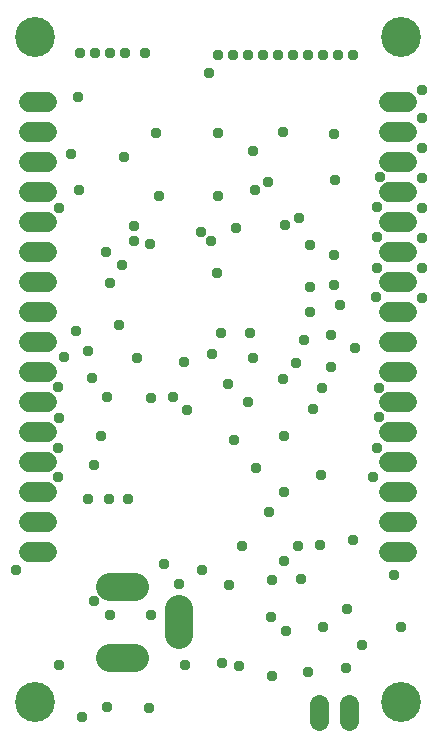
<source format=gbr>
G75*
G70*
%OFA0B0*%
%FSLAX24Y24*%
%IPPOS*%
%LPD*%
%AMOC8*
5,1,8,0,0,1.08239X$1,22.5*
%
%ADD10C,0.1330*%
%ADD11C,0.0860*%
%ADD12C,0.0940*%
%ADD13C,0.0600*%
%ADD14C,0.0680*%
%ADD15C,0.0560*%
%ADD16C,0.0640*%
%ADD17C,0.0370*%
D10*
X004800Y005499D03*
X017000Y005499D03*
X017000Y027649D03*
X004800Y027649D03*
D11*
X007270Y009330D02*
X008130Y009330D01*
X009590Y008579D02*
X009590Y007719D01*
X008130Y006968D02*
X007270Y006968D01*
D12*
X008130Y006968D01*
X009590Y007719D02*
X009590Y008579D01*
X008130Y009330D02*
X007270Y009330D01*
D13*
X005200Y010499D02*
X004600Y010499D01*
X004600Y011499D02*
X005200Y011499D01*
X005200Y012499D02*
X004600Y012499D01*
X004600Y013499D02*
X005200Y013499D01*
X005200Y014499D02*
X004600Y014499D01*
X004600Y015499D02*
X005200Y015499D01*
X005200Y016499D02*
X004600Y016499D01*
X004600Y017499D02*
X005200Y017499D01*
X005200Y018499D02*
X004600Y018499D01*
X004600Y019499D02*
X005200Y019499D01*
X005200Y020499D02*
X004600Y020499D01*
X004600Y021499D02*
X005200Y021499D01*
X005200Y022499D02*
X004600Y022499D01*
X004600Y023499D02*
X005200Y023499D01*
X005200Y024499D02*
X004600Y024499D01*
X004600Y025499D02*
X005200Y025499D01*
X016600Y025499D02*
X017200Y025499D01*
X017200Y024499D02*
X016600Y024499D01*
X016600Y023499D02*
X017200Y023499D01*
X017200Y022499D02*
X016600Y022499D01*
X016600Y021499D02*
X017200Y021499D01*
X017200Y020499D02*
X016600Y020499D01*
X016600Y019499D02*
X017200Y019499D01*
X017200Y018499D02*
X016600Y018499D01*
X016600Y017499D02*
X017200Y017499D01*
X017200Y016499D02*
X016600Y016499D01*
X016600Y015499D02*
X017200Y015499D01*
X017200Y014499D02*
X016600Y014499D01*
X016600Y013499D02*
X017200Y013499D01*
X017200Y012499D02*
X016600Y012499D01*
X016600Y011499D02*
X017200Y011499D01*
X017200Y010499D02*
X016600Y010499D01*
D14*
X017200Y010499D01*
X017200Y011499D02*
X016600Y011499D01*
X016600Y012499D02*
X017200Y012499D01*
X017200Y013499D02*
X016600Y013499D01*
X016600Y014499D02*
X017200Y014499D01*
X017200Y015499D02*
X016600Y015499D01*
X016600Y016499D02*
X017200Y016499D01*
X017200Y017499D02*
X016600Y017499D01*
X016600Y018499D02*
X017200Y018499D01*
X017200Y019499D02*
X016600Y019499D01*
X016600Y020499D02*
X017200Y020499D01*
X017200Y021499D02*
X016600Y021499D01*
X016600Y022499D02*
X017200Y022499D01*
X017200Y023499D02*
X016600Y023499D01*
X016600Y024499D02*
X017200Y024499D01*
X017200Y025499D02*
X016600Y025499D01*
X005200Y025499D02*
X004600Y025499D01*
X004600Y024499D02*
X005200Y024499D01*
X005200Y023499D02*
X004600Y023499D01*
X004600Y022499D02*
X005200Y022499D01*
X005200Y021499D02*
X004600Y021499D01*
X004600Y020499D02*
X005200Y020499D01*
X005200Y019499D02*
X004600Y019499D01*
X004600Y018499D02*
X005200Y018499D01*
X005200Y017499D02*
X004600Y017499D01*
X004600Y016499D02*
X005200Y016499D01*
X005200Y015499D02*
X004600Y015499D01*
X004600Y014499D02*
X005200Y014499D01*
X005200Y013499D02*
X004600Y013499D01*
X004600Y012499D02*
X005200Y012499D01*
X005200Y011499D02*
X004600Y011499D01*
X004600Y010499D02*
X005200Y010499D01*
D15*
X014250Y005429D02*
X014250Y004869D01*
X015250Y004869D02*
X015250Y005429D01*
D16*
X015250Y004869D01*
X014250Y004869D02*
X014250Y005429D01*
D17*
X013900Y006479D03*
X013150Y007849D03*
X012650Y008329D03*
X012670Y009539D03*
X013100Y010199D03*
X013550Y010679D03*
X014270Y010709D03*
X013650Y009589D03*
X014400Y007979D03*
X015190Y008589D03*
X015700Y007379D03*
X015150Y006629D03*
X017000Y007979D03*
X016750Y009729D03*
X015400Y010879D03*
X016050Y012999D03*
X016200Y013949D03*
X016250Y014999D03*
X016250Y015949D03*
X015450Y017279D03*
X014650Y017729D03*
X013950Y018479D03*
X013950Y019329D03*
X014750Y019379D03*
X014950Y018729D03*
X016150Y018999D03*
X016200Y019949D03*
X016200Y020999D03*
X016200Y021999D03*
X016300Y022999D03*
X017700Y022949D03*
X017700Y023949D03*
X017700Y024949D03*
X017700Y025899D03*
X015400Y027059D03*
X014900Y027059D03*
X014400Y027059D03*
X013900Y027059D03*
X013400Y027059D03*
X012900Y027059D03*
X012400Y027059D03*
X011900Y027059D03*
X011400Y027059D03*
X010900Y027059D03*
X010600Y026459D03*
X010900Y024441D03*
X012050Y023849D03*
X012550Y022829D03*
X012120Y022569D03*
X011490Y021289D03*
X010650Y020849D03*
X010310Y021149D03*
X010900Y022356D03*
X008907Y022356D03*
X008100Y021349D03*
X008100Y020849D03*
X008630Y020739D03*
X007700Y020049D03*
X007150Y020499D03*
X007300Y019449D03*
X007600Y018049D03*
X008200Y016949D03*
X008650Y015629D03*
X009400Y015649D03*
X009850Y015229D03*
X011210Y016089D03*
X011870Y015489D03*
X011430Y014219D03*
X012160Y013279D03*
X013080Y012479D03*
X012570Y011829D03*
X011700Y010679D03*
X011250Y009379D03*
X010350Y009899D03*
X009600Y009429D03*
X009100Y010079D03*
X008650Y008379D03*
X007300Y008379D03*
X006750Y008849D03*
X005600Y006729D03*
X006350Y004999D03*
X007200Y005329D03*
X008600Y005279D03*
X009800Y006729D03*
X011020Y006789D03*
X011600Y006689D03*
X012680Y006349D03*
X007900Y012249D03*
X007250Y012249D03*
X006550Y012249D03*
X006750Y013399D03*
X006967Y014371D03*
X007200Y015649D03*
X006700Y016299D03*
X006550Y017199D03*
X006150Y017849D03*
X005750Y016999D03*
X005550Y015999D03*
X005600Y014949D03*
X005550Y013949D03*
X005550Y012999D03*
X004150Y009879D03*
X009750Y016829D03*
X010690Y017089D03*
X011000Y017799D03*
X011950Y017799D03*
X012060Y016959D03*
X013050Y016249D03*
X013500Y016799D03*
X013750Y017549D03*
X014650Y016649D03*
X014350Y015949D03*
X014050Y015249D03*
X013080Y014339D03*
X014320Y013049D03*
X017700Y018949D03*
X017700Y019949D03*
X017700Y020949D03*
X017700Y021949D03*
X014800Y022879D03*
X013600Y021629D03*
X013130Y021379D03*
X013950Y020729D03*
X014750Y020379D03*
X014750Y024429D03*
X013050Y024479D03*
X008829Y024441D03*
X007750Y023649D03*
X006250Y022539D03*
X005600Y021949D03*
X006000Y023759D03*
X006230Y025669D03*
X006300Y027109D03*
X006800Y027109D03*
X007300Y027109D03*
X007800Y027109D03*
X008450Y027109D03*
X010850Y019799D03*
M02*

</source>
